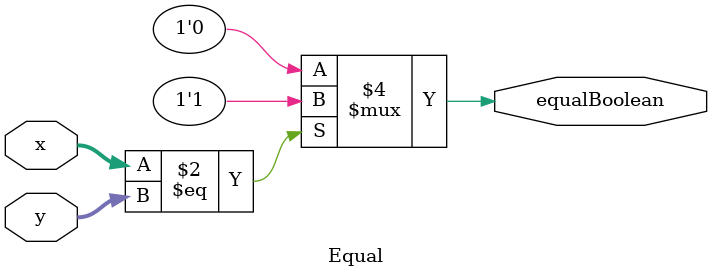
<source format=v>
/*
Gabriel Altman
ECEN 2350 Digital Logic
March, 2018
*/

module Equal(x, y, equalBoolean);
	input [3:0]x;
	input [3:0]y;
	output reg equalBoolean;
	
	always @(x,y)
		begin
			if (x == y) equalBoolean=1;
			else equalBoolean=0;
		end
endmodule
		
</source>
